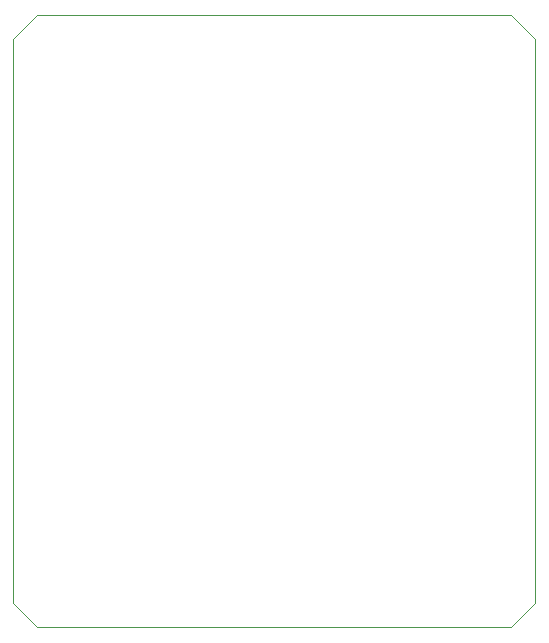
<source format=gbr>
%TF.GenerationSoftware,KiCad,Pcbnew,(5.1.9)-1*%
%TF.CreationDate,2023-07-21T13:25:52+02:00*%
%TF.ProjectId,NANO_Bot,4e414e4f-5f42-46f7-942e-6b696361645f,rev?*%
%TF.SameCoordinates,Original*%
%TF.FileFunction,Profile,NP*%
%FSLAX46Y46*%
G04 Gerber Fmt 4.6, Leading zero omitted, Abs format (unit mm)*
G04 Created by KiCad (PCBNEW (5.1.9)-1) date 2023-07-21 13:25:52*
%MOMM*%
%LPD*%
G01*
G04 APERTURE LIST*
%TA.AperFunction,Profile*%
%ADD10C,0.050000*%
%TD*%
G04 APERTURE END LIST*
D10*
X104902000Y-353060000D02*
X106934000Y-355092000D01*
X147066000Y-355092000D02*
X149098000Y-353060000D01*
X149098000Y-305308000D02*
X147066000Y-303276000D01*
X104902000Y-305308000D02*
X106934000Y-303276000D01*
X104902000Y-353060000D02*
X104902000Y-305308000D01*
X147066000Y-355092000D02*
X106934000Y-355092000D01*
X149098000Y-305308000D02*
X149098000Y-353060000D01*
X106934000Y-303276000D02*
X147066000Y-303276000D01*
M02*

</source>
